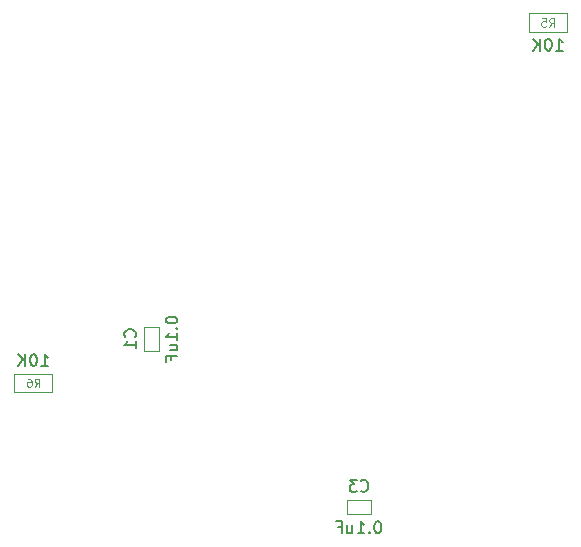
<source format=gbr>
G04 #@! TF.GenerationSoftware,KiCad,Pcbnew,5.0.1*
G04 #@! TF.CreationDate,2019-02-08T09:42:00-06:00*
G04 #@! TF.ProjectId,tomato_timer,746F6D61746F5F74696D65722E6B6963,rev?*
G04 #@! TF.SameCoordinates,Original*
G04 #@! TF.FileFunction,Other,Fab,Bot*
%FSLAX46Y46*%
G04 Gerber Fmt 4.6, Leading zero omitted, Abs format (unit mm)*
G04 Created by KiCad (PCBNEW 5.0.1) date Fri 08 Feb 2019 09:42:00 AM CST*
%MOMM*%
%LPD*%
G01*
G04 APERTURE LIST*
%ADD10C,0.100000*%
%ADD11C,0.150000*%
%ADD12C,0.105000*%
G04 APERTURE END LIST*
D10*
G04 #@! TO.C,C3*
X189000000Y-108620000D02*
X189000000Y-107380000D01*
X187000000Y-108620000D02*
X189000000Y-108620000D01*
X187000000Y-107380000D02*
X187000000Y-108620000D01*
X189000000Y-107380000D02*
X187000000Y-107380000D01*
G04 #@! TO.C,C1*
X171050000Y-92750000D02*
X169810000Y-92750000D01*
X171050000Y-94750000D02*
X171050000Y-92750000D01*
X169810000Y-94750000D02*
X171050000Y-94750000D01*
X169810000Y-92750000D02*
X169810000Y-94750000D01*
G04 #@! TO.C,R5*
X205600000Y-66200000D02*
X202400000Y-66200000D01*
X202400000Y-66200000D02*
X202400000Y-67800000D01*
X202400000Y-67800000D02*
X205600000Y-67800000D01*
X205600000Y-67800000D02*
X205600000Y-66200000D01*
G04 #@! TO.C,R6*
X158830000Y-96700000D02*
X158830000Y-98300000D01*
X162030000Y-96700000D02*
X158830000Y-96700000D01*
X162030000Y-98300000D02*
X162030000Y-96700000D01*
X158830000Y-98300000D02*
X162030000Y-98300000D01*
G04 #@! TD*
G04 #@! TO.C,C3*
D11*
X189642857Y-109202380D02*
X189547619Y-109202380D01*
X189452380Y-109250000D01*
X189404761Y-109297619D01*
X189357142Y-109392857D01*
X189309523Y-109583333D01*
X189309523Y-109821428D01*
X189357142Y-110011904D01*
X189404761Y-110107142D01*
X189452380Y-110154761D01*
X189547619Y-110202380D01*
X189642857Y-110202380D01*
X189738095Y-110154761D01*
X189785714Y-110107142D01*
X189833333Y-110011904D01*
X189880952Y-109821428D01*
X189880952Y-109583333D01*
X189833333Y-109392857D01*
X189785714Y-109297619D01*
X189738095Y-109250000D01*
X189642857Y-109202380D01*
X188880952Y-110107142D02*
X188833333Y-110154761D01*
X188880952Y-110202380D01*
X188928571Y-110154761D01*
X188880952Y-110107142D01*
X188880952Y-110202380D01*
X187880952Y-110202380D02*
X188452380Y-110202380D01*
X188166666Y-110202380D02*
X188166666Y-109202380D01*
X188261904Y-109345238D01*
X188357142Y-109440476D01*
X188452380Y-109488095D01*
X187023809Y-109535714D02*
X187023809Y-110202380D01*
X187452380Y-109535714D02*
X187452380Y-110059523D01*
X187404761Y-110154761D01*
X187309523Y-110202380D01*
X187166666Y-110202380D01*
X187071428Y-110154761D01*
X187023809Y-110107142D01*
X186214285Y-109678571D02*
X186547619Y-109678571D01*
X186547619Y-110202380D02*
X186547619Y-109202380D01*
X186071428Y-109202380D01*
X188166666Y-106607142D02*
X188214285Y-106654761D01*
X188357142Y-106702380D01*
X188452380Y-106702380D01*
X188595238Y-106654761D01*
X188690476Y-106559523D01*
X188738095Y-106464285D01*
X188785714Y-106273809D01*
X188785714Y-106130952D01*
X188738095Y-105940476D01*
X188690476Y-105845238D01*
X188595238Y-105750000D01*
X188452380Y-105702380D01*
X188357142Y-105702380D01*
X188214285Y-105750000D01*
X188166666Y-105797619D01*
X187833333Y-105702380D02*
X187214285Y-105702380D01*
X187547619Y-106083333D01*
X187404761Y-106083333D01*
X187309523Y-106130952D01*
X187261904Y-106178571D01*
X187214285Y-106273809D01*
X187214285Y-106511904D01*
X187261904Y-106607142D01*
X187309523Y-106654761D01*
X187404761Y-106702380D01*
X187690476Y-106702380D01*
X187785714Y-106654761D01*
X187833333Y-106607142D01*
G04 #@! TO.C,C1*
X171632380Y-92107142D02*
X171632380Y-92202380D01*
X171680000Y-92297619D01*
X171727619Y-92345238D01*
X171822857Y-92392857D01*
X172013333Y-92440476D01*
X172251428Y-92440476D01*
X172441904Y-92392857D01*
X172537142Y-92345238D01*
X172584761Y-92297619D01*
X172632380Y-92202380D01*
X172632380Y-92107142D01*
X172584761Y-92011904D01*
X172537142Y-91964285D01*
X172441904Y-91916666D01*
X172251428Y-91869047D01*
X172013333Y-91869047D01*
X171822857Y-91916666D01*
X171727619Y-91964285D01*
X171680000Y-92011904D01*
X171632380Y-92107142D01*
X172537142Y-92869047D02*
X172584761Y-92916666D01*
X172632380Y-92869047D01*
X172584761Y-92821428D01*
X172537142Y-92869047D01*
X172632380Y-92869047D01*
X172632380Y-93869047D02*
X172632380Y-93297619D01*
X172632380Y-93583333D02*
X171632380Y-93583333D01*
X171775238Y-93488095D01*
X171870476Y-93392857D01*
X171918095Y-93297619D01*
X171965714Y-94726190D02*
X172632380Y-94726190D01*
X171965714Y-94297619D02*
X172489523Y-94297619D01*
X172584761Y-94345238D01*
X172632380Y-94440476D01*
X172632380Y-94583333D01*
X172584761Y-94678571D01*
X172537142Y-94726190D01*
X172108571Y-95535714D02*
X172108571Y-95202380D01*
X172632380Y-95202380D02*
X171632380Y-95202380D01*
X171632380Y-95678571D01*
X169037142Y-93583333D02*
X169084761Y-93535714D01*
X169132380Y-93392857D01*
X169132380Y-93297619D01*
X169084761Y-93154761D01*
X168989523Y-93059523D01*
X168894285Y-93011904D01*
X168703809Y-92964285D01*
X168560952Y-92964285D01*
X168370476Y-93011904D01*
X168275238Y-93059523D01*
X168180000Y-93154761D01*
X168132380Y-93297619D01*
X168132380Y-93392857D01*
X168180000Y-93535714D01*
X168227619Y-93583333D01*
X169132380Y-94535714D02*
X169132380Y-93964285D01*
X169132380Y-94250000D02*
X168132380Y-94250000D01*
X168275238Y-94154761D01*
X168370476Y-94059523D01*
X168418095Y-93964285D01*
G04 #@! TO.C,R5*
X204690476Y-69352380D02*
X205261904Y-69352380D01*
X204976190Y-69352380D02*
X204976190Y-68352380D01*
X205071428Y-68495238D01*
X205166666Y-68590476D01*
X205261904Y-68638095D01*
X204071428Y-68352380D02*
X203976190Y-68352380D01*
X203880952Y-68400000D01*
X203833333Y-68447619D01*
X203785714Y-68542857D01*
X203738095Y-68733333D01*
X203738095Y-68971428D01*
X203785714Y-69161904D01*
X203833333Y-69257142D01*
X203880952Y-69304761D01*
X203976190Y-69352380D01*
X204071428Y-69352380D01*
X204166666Y-69304761D01*
X204214285Y-69257142D01*
X204261904Y-69161904D01*
X204309523Y-68971428D01*
X204309523Y-68733333D01*
X204261904Y-68542857D01*
X204214285Y-68447619D01*
X204166666Y-68400000D01*
X204071428Y-68352380D01*
X203309523Y-69352380D02*
X203309523Y-68352380D01*
X202738095Y-69352380D02*
X203166666Y-68780952D01*
X202738095Y-68352380D02*
X203309523Y-68923809D01*
D12*
X204116666Y-67316666D02*
X204350000Y-66983333D01*
X204516666Y-67316666D02*
X204516666Y-66616666D01*
X204250000Y-66616666D01*
X204183333Y-66650000D01*
X204150000Y-66683333D01*
X204116666Y-66750000D01*
X204116666Y-66850000D01*
X204150000Y-66916666D01*
X204183333Y-66950000D01*
X204250000Y-66983333D01*
X204516666Y-66983333D01*
X203483333Y-66616666D02*
X203816666Y-66616666D01*
X203850000Y-66950000D01*
X203816666Y-66916666D01*
X203750000Y-66883333D01*
X203583333Y-66883333D01*
X203516666Y-66916666D01*
X203483333Y-66950000D01*
X203450000Y-67016666D01*
X203450000Y-67183333D01*
X203483333Y-67250000D01*
X203516666Y-67283333D01*
X203583333Y-67316666D01*
X203750000Y-67316666D01*
X203816666Y-67283333D01*
X203850000Y-67250000D01*
G04 #@! TO.C,R6*
D11*
X161120476Y-96052380D02*
X161691904Y-96052380D01*
X161406190Y-96052380D02*
X161406190Y-95052380D01*
X161501428Y-95195238D01*
X161596666Y-95290476D01*
X161691904Y-95338095D01*
X160501428Y-95052380D02*
X160406190Y-95052380D01*
X160310952Y-95100000D01*
X160263333Y-95147619D01*
X160215714Y-95242857D01*
X160168095Y-95433333D01*
X160168095Y-95671428D01*
X160215714Y-95861904D01*
X160263333Y-95957142D01*
X160310952Y-96004761D01*
X160406190Y-96052380D01*
X160501428Y-96052380D01*
X160596666Y-96004761D01*
X160644285Y-95957142D01*
X160691904Y-95861904D01*
X160739523Y-95671428D01*
X160739523Y-95433333D01*
X160691904Y-95242857D01*
X160644285Y-95147619D01*
X160596666Y-95100000D01*
X160501428Y-95052380D01*
X159739523Y-96052380D02*
X159739523Y-95052380D01*
X159168095Y-96052380D02*
X159596666Y-95480952D01*
X159168095Y-95052380D02*
X159739523Y-95623809D01*
D12*
X160546666Y-97816666D02*
X160780000Y-97483333D01*
X160946666Y-97816666D02*
X160946666Y-97116666D01*
X160680000Y-97116666D01*
X160613333Y-97150000D01*
X160580000Y-97183333D01*
X160546666Y-97250000D01*
X160546666Y-97350000D01*
X160580000Y-97416666D01*
X160613333Y-97450000D01*
X160680000Y-97483333D01*
X160946666Y-97483333D01*
X159946666Y-97116666D02*
X160080000Y-97116666D01*
X160146666Y-97150000D01*
X160180000Y-97183333D01*
X160246666Y-97283333D01*
X160280000Y-97416666D01*
X160280000Y-97683333D01*
X160246666Y-97750000D01*
X160213333Y-97783333D01*
X160146666Y-97816666D01*
X160013333Y-97816666D01*
X159946666Y-97783333D01*
X159913333Y-97750000D01*
X159880000Y-97683333D01*
X159880000Y-97516666D01*
X159913333Y-97450000D01*
X159946666Y-97416666D01*
X160013333Y-97383333D01*
X160146666Y-97383333D01*
X160213333Y-97416666D01*
X160246666Y-97450000D01*
X160280000Y-97516666D01*
G04 #@! TD*
M02*

</source>
